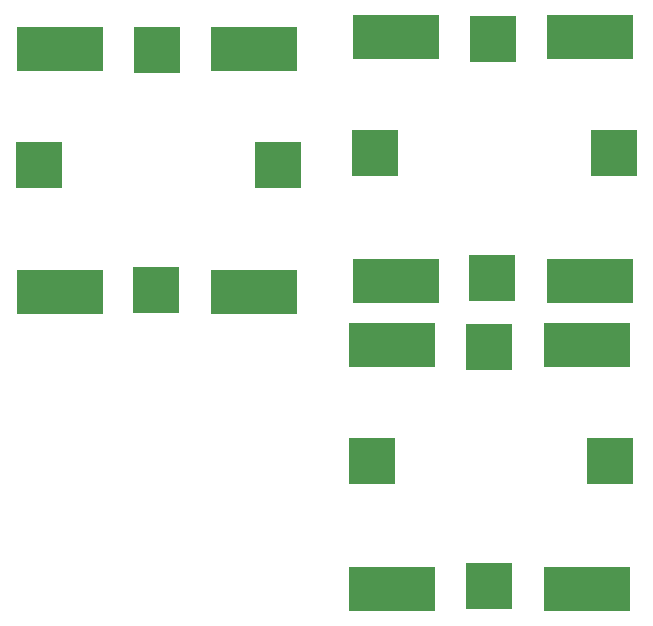
<source format=gbr>
%TF.GenerationSoftware,KiCad,Pcbnew,(5.1.10)-1*%
%TF.CreationDate,2022-11-26T15:59:39-06:00*%
%TF.ProjectId,perovskite_contact_board,7065726f-7673-46b6-9974-655f636f6e74,A*%
%TF.SameCoordinates,Original*%
%TF.FileFunction,Paste,Top*%
%TF.FilePolarity,Positive*%
%FSLAX46Y46*%
G04 Gerber Fmt 4.6, Leading zero omitted, Abs format (unit mm)*
G04 Created by KiCad (PCBNEW (5.1.10)-1) date 2022-11-26 15:59:39*
%MOMM*%
%LPD*%
G01*
G04 APERTURE LIST*
%ADD10R,4.000000X4.000000*%
%ADD11R,7.400000X3.800000*%
G04 APERTURE END LIST*
D10*
%TO.C,U3*%
X171898960Y-127860500D03*
X151698960Y-127860500D03*
X161598960Y-138460500D03*
X161648960Y-118160500D03*
D11*
X153448960Y-138660500D03*
X169898960Y-138660500D03*
X169898960Y-118060500D03*
X153448960Y-118060500D03*
%TD*%
%TO.C,U1*%
X125285500Y-92964000D03*
X141735500Y-92964000D03*
X141735500Y-113564000D03*
X125285500Y-113564000D03*
D10*
X133485500Y-93064000D03*
X133435500Y-113364000D03*
X123535500Y-102764000D03*
X143735500Y-102764000D03*
%TD*%
D11*
%TO.C,U2*%
X153730000Y-91985500D03*
X170180000Y-91985500D03*
X170180000Y-112585500D03*
X153730000Y-112585500D03*
D10*
X161930000Y-92085500D03*
X161880000Y-112385500D03*
X151980000Y-101785500D03*
X172180000Y-101785500D03*
%TD*%
M02*

</source>
